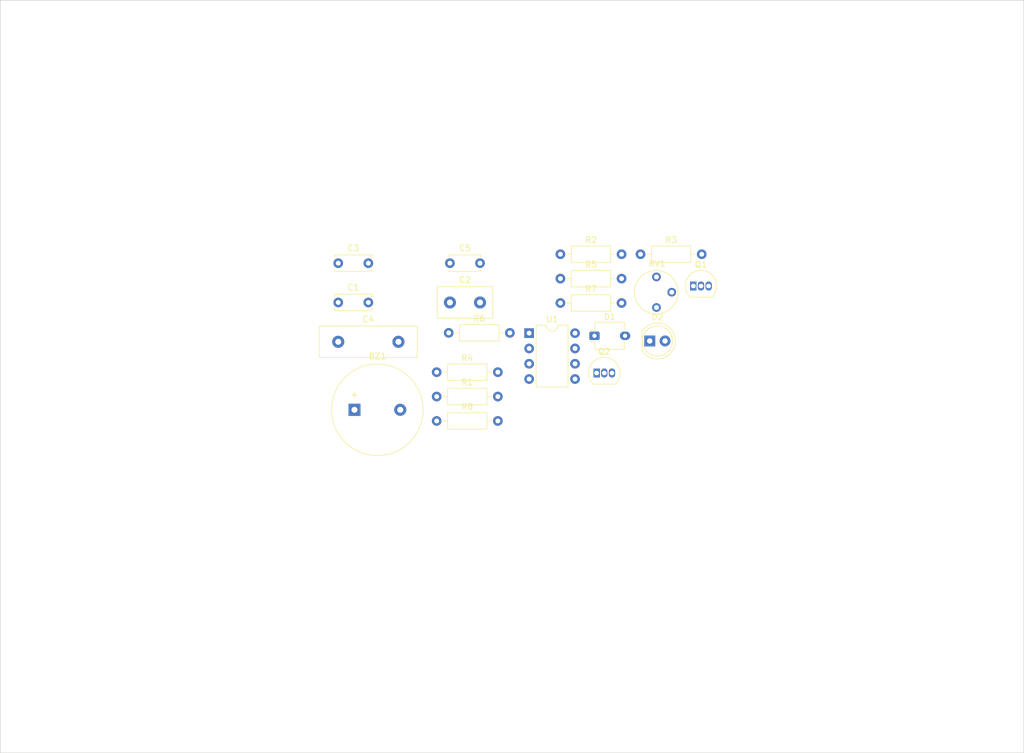
<source format=kicad_pcb>
(kicad_pcb (version 20211014) (generator pcbnew)
  (title_block (title "gammaray2usb") (date "2021-12-27") (rev "0.2x") (company "Fort Sand, Inc."))
  (layers (0 "F.Cu" signal) (31 "B.Cu" signal) (34 "B.Paste" user) (35 "F.Paste" user) (36 "B.SilkS" user "B.Silkscreen") (37 "F.SilkS" user "F.Silkscreen") (38 "B.Mask" user) (39 "F.Mask" user) (44 "Edge.Cuts" user))
  (net 0 "")
  (net 1 "Net-(BZ1-Pad1)")
  (net 2 "GND")
  (net 3 "Net-(C1-Pad1)")
  (net 4 "Net-(C2-Pad1)")
  (net 5 "+9V")
  (net 6 "Net-(C4-Pad1)")
  (net 7 "Net-(C5-Pad1)")
  (net 8 "Net-(D1-Pad2)")
  (net 9 "Net-(D2-Pad2)")
  (net 10 "Net-(Q1-Pad3)")
  (net 11 "Net-(Q2-Pad1)")
  (net 12 "Net-(R5-Pad1)")
  (net 13 "Net-(R6-Pad2)")
  (net 14 "Net-(R7-Pad1)")
  (net 15 "GNDREF")
  (footprint "Potentiometer_THT:Potentiometer_Vishay_T7-YA_Single_Vertical" (layer "F.Cu") (at 178.9838 86.0256)
    (fp_text reference "RV1" (at 0.11 -7.29) (layer "F.SilkS"))
    (fp_text value "250kΩ")
    (fp_circle (center -0.041 -2.54) (end 3.579 -2.54) (layer "F.SilkS") (width 0.12) (fill none))
    (pad "1" thru_hole circle locked (at 0 0) (size 1.44 1.44) (drill 0.8) (layers *.Cu *.Mask) (net 5 "+9V"))
    (pad "2" thru_hole circle locked (at 2.54 -2.54) (size 1.44 1.44) (drill 0.8) (layers *.Cu *.Mask) (net 14 "Net-(R7-Pad1)"))
    (pad "3" thru_hole circle locked (at 0 -5.08) (size 1.44 1.44) (drill 0.8) (layers *.Cu *.Mask) (net 2 "GND"))
  )
  (footprint "Resistor_THT:R_Axial_DIN0207_L6.3mm_D2.5mm_P10.16mm_Horizontal" (layer "F.Cu") (at 163.0278 77.1756)
    (fp_text reference "R2" (at 5.08 -2.37) (layer "F.SilkS"))
    (fp_text value "1.5M")
    (fp_line (start 9.12 0) (end 8.35 0) (layer "F.SilkS") (width 0.12))
    (fp_line (start 1.81 1.37) (end 8.35 1.37) (layer "F.SilkS") (width 0.12))
    (fp_line (start 1.81 -1.37) (end 1.81 1.37) (layer "F.SilkS") (width 0.12))
    (fp_line (start 1.04 0) (end 1.81 0) (layer "F.SilkS") (width 0.12))
    (fp_line (start 8.35 1.37) (end 8.35 -1.37) (layer "F.SilkS") (width 0.12))
    (fp_line (start 8.35 -1.37) (end 1.81 -1.37) (layer "F.SilkS") (width 0.12))
    (pad "1" thru_hole circle locked (at 0 0) (size 1.6 1.6) (drill 0.8) (layers *.Cu *.Mask) (net 3 "Net-(C1-Pad1)"))
    (pad "2" thru_hole oval locked (at 10.16 0) (size 1.6 1.6) (drill 0.8) (layers *.Cu *.Mask) (net 11 "Net-(Q2-Pad1)"))
  )
  (footprint "Resistor_THT:R_Axial_DIN0207_L6.3mm_D2.5mm_P10.16mm_Horizontal" (layer "F.Cu") (at 163.0278 81.2256)
    (fp_text reference "R5" (at 5.08 -2.37) (layer "F.SilkS"))
    (fp_text value "1k")
    (fp_line (start 9.12 0) (end 8.35 0) (layer "F.SilkS") (width 0.12))
    (fp_line (start 1.04 0) (end 1.81 0) (layer "F.SilkS") (width 0.12))
    (fp_line (start 1.81 1.37) (end 8.35 1.37) (layer "F.SilkS") (width 0.12))
    (fp_line (start 8.35 1.37) (end 8.35 -1.37) (layer "F.SilkS") (width 0.12))
    (fp_line (start 8.35 -1.37) (end 1.81 -1.37) (layer "F.SilkS") (width 0.12))
    (fp_line (start 1.81 -1.37) (end 1.81 1.37) (layer "F.SilkS") (width 0.12))
    (pad "1" thru_hole circle locked (at 0 0) (size 1.6 1.6) (drill 0.8) (layers *.Cu *.Mask) (net 12 "Net-(R5-Pad1)"))
    (pad "2" thru_hole oval locked (at 10.16 0) (size 1.6 1.6) (drill 0.8) (layers *.Cu *.Mask) (net 6 "Net-(C4-Pad1)"))
  )
  (footprint "Resistor_THT:R_Axial_DIN0207_L6.3mm_D2.5mm_P10.16mm_Horizontal" (layer "F.Cu") (at 142.4778 104.8656)
    (fp_text reference "R8" (at 5.08 -2.37) (layer "F.SilkS"))
    (fp_text value "1k")
    (fp_line (start 1.81 1.37) (end 8.35 1.37) (layer "F.SilkS") (width 0.12))
    (fp_line (start 1.81 -1.37) (end 1.81 1.37) (layer "F.SilkS") (width 0.12))
    (fp_line (start 8.35 -1.37) (end 1.81 -1.37) (layer "F.SilkS") (width 0.12))
    (fp_line (start 1.04 0) (end 1.81 0) (layer "F.SilkS") (width 0.12))
    (fp_line (start 8.35 1.37) (end 8.35 -1.37) (layer "F.SilkS") (width 0.12))
    (fp_line (start 9.12 0) (end 8.35 0) (layer "F.SilkS") (width 0.12))
    (pad "1" thru_hole circle locked (at 0 0) (size 1.6 1.6) (drill 0.8) (layers *.Cu *.Mask) (net 9 "Net-(D2-Pad2)"))
    (pad "2" thru_hole oval locked (at 10.16 0) (size 1.6 1.6) (drill 0.8) (layers *.Cu *.Mask) (net 1 "Net-(BZ1-Pad1)"))
  )
  (footprint "Capacitor_THT:C_Disc_D6.0mm_W2.5mm_P5.00mm" (layer "F.Cu") (at 126.1278 85.1906)
    (fp_text reference "C1" (at 2.5 -2.5) (layer "F.SilkS"))
    (fp_text value "0.1µF")
    (fp_line (start -0.62 -1.37) (end -0.62 -0.925) (layer "F.SilkS") (width 0.12))
    (fp_line (start -0.62 -1.37) (end 5.62 -1.37) (layer "F.SilkS") (width 0.12))
    (fp_line (start 5.62 0.925) (end 5.62 1.37) (layer "F.SilkS") (width 0.12))
    (fp_line (start -0.62 0.925) (end -0.62 1.37) (layer "F.SilkS") (width 0.12))
    (fp_line (start -0.62 1.37) (end 5.62 1.37) (layer "F.SilkS") (width 0.12))
    (fp_line (start 5.62 -1.37) (end 5.62 -0.925) (layer "F.SilkS") (width 0.12))
    (pad "1" thru_hole circle locked (at 0 0) (size 1.6 1.6) (drill 0.8) (layers *.Cu *.Mask) (net 3 "Net-(C1-Pad1)"))
    (pad "2" thru_hole circle locked (at 5 0) (size 1.6 1.6) (drill 0.8) (layers *.Cu *.Mask) (net 2 "GND"))
  )
  (footprint "Resistor_THT:R_Axial_DIN0207_L6.3mm_D2.5mm_P10.16mm_Horizontal" (layer "F.Cu") (at 176.3378 77.1756)
    (fp_text reference "R3" (at 5.08 -2.37) (layer "F.SilkS"))
    (fp_text value "56k")
    (fp_line (start 8.35 -1.37) (end 1.81 -1.37) (layer "F.SilkS") (width 0.12))
    (fp_line (start 1.81 1.37) (end 8.35 1.37) (layer "F.SilkS") (width 0.12))
    (fp_line (start 8.35 1.37) (end 8.35 -1.37) (layer "F.SilkS") (width 0.12))
    (fp_line (start 1.04 0) (end 1.81 0) (layer "F.SilkS") (width 0.12))
    (fp_line (start 9.12 0) (end 8.35 0) (layer "F.SilkS") (width 0.12))
    (fp_line (start 1.81 -1.37) (end 1.81 1.37) (layer "F.SilkS") (width 0.12))
    (pad "1" thru_hole circle locked (at 0 0) (size 1.6 1.6) (drill 0.8) (layers *.Cu *.Mask) (net 11 "Net-(Q2-Pad1)"))
    (pad "2" thru_hole oval locked (at 10.16 0) (size 1.6 1.6) (drill 0.8) (layers *.Cu *.Mask) (net 10 "Net-(Q1-Pad3)"))
  )
  (footprint "Resistor_THT:R_Axial_DIN0207_L6.3mm_D2.5mm_P10.16mm_Horizontal" (layer "F.Cu") (at 144.4778 90.2356)
    (fp_text reference "R6" (at 5.08 -2.37) (layer "F.SilkS"))
    (fp_text value "1.5M")
    (fp_line (start 1.81 1.37) (end 8.35 1.37) (layer "F.SilkS") (width 0.12))
    (fp_line (start 8.35 -1.37) (end 1.81 -1.37) (layer "F.SilkS") (width 0.12))
    (fp_line (start 9.12 0) (end 8.35 0) (layer "F.SilkS") (width 0.12))
    (fp_line (start 1.81 -1.37) (end 1.81 1.37) (layer "F.SilkS") (width 0.12))
    (fp_line (start 8.35 1.37) (end 8.35 -1.37) (layer "F.SilkS") (width 0.12))
    (fp_line (start 1.04 0) (end 1.81 0) (layer "F.SilkS") (width 0.12))
    (pad "1" thru_hole circle locked (at 0 0) (size 1.6 1.6) (drill 0.8) (layers *.Cu *.Mask) (net 12 "Net-(R5-Pad1)"))
    (pad "2" thru_hole oval locked (at 10.16 0) (size 1.6 1.6) (drill 0.8) (layers *.Cu *.Mask) (net 13 "Net-(R6-Pad2)"))
  )
  (footprint "Package_TO_SOT_THT:TO-92_Inline" (layer "F.Cu") (at 185.1078 82.4556)
    (fp_text reference "Q1" (at 1.27 -3.56) (layer "F.SilkS"))
    (fp_text value "2N7000")
    (fp_line (start -0.53 1.85) (end 3.07 1.85) (layer "F.SilkS") (width 0.12))
    (fp_arc (start 1.27 -2.6) (mid 3.672087 -0.994977) (end 3.108478 1.838478) (layer "F.SilkS") (width 0.12))
    (fp_arc (start -0.568478 1.838478) (mid -1.132087 -0.994977) (end 1.27 -2.6) (layer "F.SilkS") (width 0.12))
    (pad "1" thru_hole rect locked (at 0 0) (size 1.05 1.5) (drill 0.75) (layers *.Cu *.Mask) (net 2 "GND"))
    (pad "2" thru_hole oval locked (at 1.27 0) (size 1.05 1.5) (drill 0.75) (layers *.Cu *.Mask) (net 8 "Net-(D1-Pad2)"))
    (pad "3" thru_hole oval locked (at 2.54 0) (size 1.05 1.5) (drill 0.75) (layers *.Cu *.Mask) (net 10 "Net-(Q1-Pad3)"))
  )
  (footprint "Package_DIP:DIP-8_W7.62mm" (layer "F.Cu") (at 157.8378 90.2856)
    (fp_text reference "U1" (at 3.81 -2.33) (layer "F.SilkS"))
    (fp_text value "LM358")
    (fp_line (start 6.46 -1.33) (end 4.81 -1.33) (layer "F.SilkS") (width 0.12))
    (fp_line (start 2.81 -1.33) (end 1.16 -1.33) (layer "F.SilkS") (width 0.12))
    (fp_line (start 1.16 8.95) (end 6.46 8.95) (layer "F.SilkS") (width 0.12))
    (fp_line (start 1.16 -1.33) (end 1.16 8.95) (layer "F.SilkS") (width 0.12))
    (fp_line (start 6.46 8.95) (end 6.46 -1.33) (layer "F.SilkS") (width 0.12))
    (fp_arc (start 4.81 -1.33) (mid 3.81 -0.33) (end 2.81 -1.33) (layer "F.SilkS") (width 0.12))
    (pad "1" thru_hole rect locked (at 0 0) (size 1.6 1.6) (drill 0.8) (layers *.Cu *.Mask) (net 13 "Net-(R6-Pad2)"))
    (pad "2" thru_hole oval locked (at 0 2.54) (size 1.6 1.6) (drill 0.8) (layers *.Cu *.Mask) (net 12 "Net-(R5-Pad1)"))
    (pad "3" thru_hole oval locked (at 0 5.08) (size 1.6 1.6) (drill 0.8) (layers *.Cu *.Mask) (net 10 "Net-(Q1-Pad3)"))
    (pad "4" thru_hole oval locked (at 0 7.62) (size 1.6 1.6) (drill 0.8) (layers *.Cu *.Mask) (net 15 "GNDREF"))
    (pad "5" thru_hole oval locked (at 7.62 7.62) (size 1.6 1.6) (drill 0.8) (layers *.Cu *.Mask) (net 7 "Net-(C5-Pad1)"))
    (pad "6" thru_hole oval locked (at 7.62 5.08) (size 1.6 1.6) (drill 0.8) (layers *.Cu *.Mask) (net 13 "Net-(R6-Pad2)"))
    (pad "7" thru_hole oval locked (at 7.62 2.54) (size 1.6 1.6) (drill 0.8) (layers *.Cu *.Mask) (net 1 "Net-(BZ1-Pad1)"))
    (pad "8" thru_hole oval locked (at 7.62 0) (size 1.6 1.6) (drill 0.8) (layers *.Cu *.Mask) (net 5 "+9V"))
  )
  (footprint "Resistor_THT:R_Axial_DIN0207_L6.3mm_D2.5mm_P10.16mm_Horizontal" (layer "F.Cu") (at 142.4778 100.8156)
    (fp_text reference "R1" (at 5.08 -2.37) (layer "F.SilkS"))
    (fp_text value "10M")
    (fp_line (start 9.12 0) (end 8.35 0) (layer "F.SilkS") (width 0.12))
    (fp_line (start 8.35 -1.37) (end 1.81 -1.37) (layer "F.SilkS") (width 0.12))
    (fp_line (start 8.35 1.37) (end 8.35 -1.37) (layer "F.SilkS") (width 0.12))
    (fp_line (start 1.81 -1.37) (end 1.81 1.37) (layer "F.SilkS") (width 0.12))
    (fp_line (start 1.04 0) (end 1.81 0) (layer "F.SilkS") (width 0.12))
    (fp_line (start 1.81 1.37) (end 8.35 1.37) (layer "F.SilkS") (width 0.12))
    (pad "1" thru_hole circle locked (at 0 0) (size 1.6 1.6) (drill 0.8) (layers *.Cu *.Mask) (net 8 "Net-(D1-Pad2)"))
    (pad "2" thru_hole oval locked (at 10.16 0) (size 1.6 1.6) (drill 0.8) (layers *.Cu *.Mask) (net 2 "GND"))
  )
  (footprint "Resistor_THT:R_Axial_DIN0207_L6.3mm_D2.5mm_P10.16mm_Horizontal" (layer "F.Cu") (at 163.0278 85.2756)
    (fp_text reference "R7" (at 5.08 -2.37) (layer "F.SilkS"))
    (fp_text value "1k")
    (fp_line (start 8.35 -1.37) (end 1.81 -1.37) (layer "F.SilkS") (width 0.12))
    (fp_line (start 9.12 0) (end 8.35 0) (layer "F.SilkS") (width 0.12))
    (fp_line (start 1.81 -1.37) (end 1.81 1.37) (layer "F.SilkS") (width 0.12))
    (fp_line (start 8.35 1.37) (end 8.35 -1.37) (layer "F.SilkS") (width 0.12))
    (fp_line (start 1.81 1.37) (end 8.35 1.37) (layer "F.SilkS") (width 0.12))
    (fp_line (start 1.04 0) (end 1.81 0) (layer "F.SilkS") (width 0.12))
    (pad "1" thru_hole circle locked (at 0 0) (size 1.6 1.6) (drill 0.8) (layers *.Cu *.Mask) (net 14 "Net-(R7-Pad1)"))
    (pad "2" thru_hole oval locked (at 10.16 0) (size 1.6 1.6) (drill 0.8) (layers *.Cu *.Mask) (net 7 "Net-(C5-Pad1)"))
  )
  (footprint "Buzzer_Beeper:Buzzer_15x7.5RM7.6" (layer "F.Cu") (at 128.8278 103.0156)
    (fp_text reference "BZ1" (at 3.81 -8.89) (layer "F.SilkS"))
    (fp_text value "Buzzer")
    (fp_text user "+" (at -0.01 -2.54) (layer "F.SilkS"))
    (fp_circle (center 3.8 0) (end 11.4 0) (layer "F.SilkS") (width 0.12) (fill none))
    (pad "1" thru_hole rect locked (at 0 0) (size 2 2) (drill 1) (layers *.Cu *.Mask) (net 1 "Net-(BZ1-Pad1)"))
    (pad "2" thru_hole circle locked (at 7.6 0) (size 2 2) (drill 1) (layers *.Cu *.Mask) (net 2 "GND"))
  )
  (footprint "Capacitor_THT:C_Disc_D5.0mm_W2.5mm_P5.00mm" (layer "F.Cu") (at 144.6778 78.6606)
    (fp_text reference "C5" (at 2.5 -2.5) (layer "F.SilkS"))
    (fp_text value "0.01µF")
    (fp_line (start -0.12 1.37) (end 5.12 1.37) (layer "F.SilkS") (width 0.12))
    (fp_line (start 5.12 1.055) (end 5.12 1.37) (layer "F.SilkS") (width 0.12))
    (fp_line (start -0.12 1.055) (end -0.12 1.37) (layer "F.SilkS") (width 0.12))
    (fp_line (start 5.12 -1.37) (end 5.12 -1.055) (layer "F.SilkS") (width 0.12))
    (fp_line (start -0.12 -1.37) (end -0.12 -1.055) (layer "F.SilkS") (width 0.12))
    (fp_line (start -0.12 -1.37) (end 5.12 -1.37) (layer "F.SilkS") (width 0.12))
    (pad "1" thru_hole circle locked (at 0 0) (size 1.6 1.6) (drill 0.8) (layers *.Cu *.Mask) (net 7 "Net-(C5-Pad1)"))
    (pad "2" thru_hole circle locked (at 5 0) (size 1.6 1.6) (drill 0.8) (layers *.Cu *.Mask) (net 1 "Net-(BZ1-Pad1)"))
  )
  (footprint "Capacitor_THT:C_Disc_D16.0mm_W5.0mm_P10.00mm" (layer "F.Cu") (at 126.1278 91.7206)
    (fp_text reference "C4" (at 5 -3.75) (layer "F.SilkS"))
    (fp_text value "0.02µF")
    (fp_line (start -3.12 2.62) (end 13.12 2.62) (layer "F.SilkS") (width 0.12))
    (fp_line (start 13.12 -2.62) (end 13.12 2.62) (layer "F.SilkS") (width 0.12))
    (fp_line (start -3.12 -2.62) (end 13.12 -2.62) (layer "F.SilkS") (width 0.12))
    (fp_line (start -3.12 -2.62) (end -3.12 2.62) (layer "F.SilkS") (width 0.12))
    (pad "1" thru_hole circle locked (at 0 0) (size 2 2) (drill 1) (layers *.Cu *.Mask) (net 6 "Net-(C4-Pad1)"))
    (pad "2" thru_hole circle locked (at 10 0) (size 2 2) (drill 1) (layers *.Cu *.Mask) (net 2 "GND"))
  )
  (footprint "Capacitor_THT:C_Disc_D6.0mm_W2.5mm_P5.00mm" (layer "F.Cu") (at 126.1278 78.6606)
    (fp_text reference "C3" (at 2.5 -2.5) (layer "F.SilkS"))
    (fp_text value "0.1µF")
    (fp_line (start 5.62 -1.37) (end 5.62 -0.925) (layer "F.SilkS") (width 0.12))
    (fp_line (start -0.62 -1.37) (end 5.62 -1.37) (layer "F.SilkS") (width 0.12))
    (fp_line (start -0.62 0.925) (end -0.62 1.37) (layer "F.SilkS") (width 0.12))
    (fp_line (start -0.62 -1.37) (end -0.62 -0.925) (layer "F.SilkS") (width 0.12))
    (fp_line (start 5.62 0.925) (end 5.62 1.37) (layer "F.SilkS") (width 0.12))
    (fp_line (start -0.62 1.37) (end 5.62 1.37) (layer "F.SilkS") (width 0.12))
    (pad "1" thru_hole circle locked (at 0 0) (size 1.6 1.6) (drill 0.8) (layers *.Cu *.Mask) (net 5 "+9V"))
    (pad "2" thru_hole circle locked (at 5 0) (size 1.6 1.6) (drill 0.8) (layers *.Cu *.Mask) (net 2 "GND"))
  )
  (footprint "OptoDevice:Osram_DIL2_4.3x4.65mm_P5.08mm" (layer "F.Cu") (at 168.6878 90.7256)
    (fp_text reference "D1" (at 2.54 -3.17) (layer "F.SilkS"))
    (fp_text value "BPW34")
    (fp_line (start 0.08 -2.26) (end 4.95 -2.26) (layer "F.SilkS") (width 0.12))
    (fp_line (start 0.08 -0.96) (end -0.84 -0.96) (layer "F.SilkS") (width 0.12))
    (fp_line (start 0.08 -2.26) (end 0.08 -0.96) (layer "F.SilkS") (width 0.12))
    (fp_line (start 0.08 0.96) (end -0.84 0.96) (layer "F.SilkS") (width 0.12))
    (fp_line (start 0.08 0.96) (end 0.08 2.26) (layer "F.SilkS") (width 0.12))
    (fp_line (start 4.95 -2.26) (end 4.95 -1.06) (layer "F.SilkS") (width 0.12))
    (fp_line (start 4.95 1.06) (end 4.95 2.26) (layer "F.SilkS") (width 0.12))
    (fp_line (start 4.95 2.26) (end 0.08 2.26) (layer "F.SilkS") (width 0.12))
    (pad "1" thru_hole roundrect locked (at 0 0) (size 1.7 1.4) (drill 0.7) (layers *.Cu *.Mask) (roundrect_rratio 0.178) (net 3 "Net-(C1-Pad1)"))
    (pad "2" thru_hole oval locked (at 5.08 0) (size 1.7 1.4) (drill 0.7) (layers *.Cu *.Mask) (net 8 "Net-(D1-Pad2)"))
  )
  (footprint "LED_THT:LED_D5.0mm" (layer "F.Cu") (at 177.8678 91.5756)
    (fp_text reference "D2" (at 1.27 -3.96) (layer "F.SilkS"))
    (fp_text value "LED")
    (fp_line (start -1.29 -1.545) (end -1.29 1.545) (layer "F.SilkS") (width 0.12))
    (fp_arc (start -1.29 -1.54483) (mid 2.072002 -2.880433) (end 4.26 0.000462) (layer "F.SilkS") (width 0.12))
    (fp_arc (start 4.26 -0.000462) (mid 2.072002 2.880433) (end -1.29 1.54483) (layer "F.SilkS") (width 0.12))
    (fp_circle (center 1.27 0) (end 3.77 0) (layer "F.SilkS") (width 0.12) (fill none))
    (pad "1" thru_hole rect locked (at 0 0) (size 1.8 1.8) (drill 0.9) (layers *.Cu *.Mask) (net 2 "GND"))
    (pad "2" thru_hole circle locked (at 2.54 0) (size 1.8 1.8) (drill 0.9) (layers *.Cu *.Mask) (net 9 "Net-(D2-Pad2)"))
  )
  (footprint "Package_TO_SOT_THT:TO-92_Inline" (layer "F.Cu") (at 169.0478 96.9056)
    (fp_text reference "Q2" (at 1.27 -3.56) (layer "F.SilkS"))
    (fp_text value "2N3904")
    (fp_line (start -0.53 1.85) (end 3.07 1.85) (layer "F.SilkS") (width 0.12))
    (fp_arc (start 1.27 -2.6) (mid 3.672087 -0.994977) (end 3.108478 1.838478) (layer "F.SilkS") (width 0.12))
    (fp_arc (start -0.568478 1.838478) (mid -1.132087 -0.994977) (end 1.27 -2.6) (layer "F.SilkS") (width 0.12))
    (pad "1" thru_hole rect locked (at 0 0) (size 1.05 1.5) (drill 0.75) (layers *.Cu *.Mask) (net 11 "Net-(Q2-Pad1)"))
    (pad "2" thru_hole oval locked (at 1.27 0) (size 1.05 1.5) (drill 0.75) (layers *.Cu *.Mask) (net 4 "Net-(C2-Pad1)"))
    (pad "3" thru_hole oval locked (at 2.54 0) (size 1.05 1.5) (drill 0.75) (layers *.Cu *.Mask) (net 5 "+9V"))
  )
  (footprint "Resistor_THT:R_Axial_DIN0207_L6.3mm_D2.5mm_P10.16mm_Horizontal" (layer "F.Cu") (at 142.4778 96.7656)
    (fp_text reference "R4" (at 5.08 -2.37) (layer "F.SilkS"))
    (fp_text value "150k")
    (fp_line (start 8.35 1.37) (end 8.35 -1.37) (layer "F.SilkS") (width 0.12))
    (fp_line (start 1.81 1.37) (end 8.35 1.37) (layer "F.SilkS") (width 0.12))
    (fp_line (start 1.04 0) (end 1.81 0) (layer "F.SilkS") (width 0.12))
    (fp_line (start 8.35 -1.37) (end 1.81 -1.37) (layer "F.SilkS") (width 0.12))
    (fp_line (start 1.81 -1.37) (end 1.81 1.37) (layer "F.SilkS") (width 0.12))
    (fp_line (start 9.12 0) (end 8.35 0) (layer "F.SilkS") (width 0.12))
    (pad "1" thru_hole circle locked (at 0 0) (size 1.6 1.6) (drill 0.8) (layers *.Cu *.Mask) (net 5 "+9V"))
    (pad "2" thru_hole oval locked (at 10.16 0) (size 1.6 1.6) (drill 0.8) (layers *.Cu *.Mask) (net 4 "Net-(C2-Pad1)"))
  )
  (footprint "Capacitor_THT:C_Disc_D9.0mm_W5.0mm_P5.00mm" (layer "F.Cu") (at 144.6778 85.1906)
    (fp_text reference "C2" (at 2.5 -3.75) (layer "F.SilkS"))
    (fp_text value "100 uF")
    (fp_line (start -2.12 2.62) (end 7.12 2.62) (layer "F.SilkS") (width 0.12))
    (fp_line (start -2.12 -2.62) (end -2.12 2.62) (layer "F.SilkS") (width 0.12))
    (fp_line (start -2.12 -2.62) (end 7.12 -2.62) (layer "F.SilkS") (width 0.12))
    (fp_line (start 7.12 -2.62) (end 7.12 2.62) (layer "F.SilkS") (width 0.12))
    (pad "1" thru_hole circle locked (at 0 0) (size 2 2) (drill 1) (layers *.Cu *.Mask) (net 4 "Net-(C2-Pad1)"))
    (pad "2" thru_hole circle locked (at 5 0) (size 2 2) (drill 1) (layers *.Cu *.Mask) (net 2 "GND"))
  )
  (gr_line (start 240 160) (end 70 160) (layer "Edge.Cuts") (width 0.1))
  (gr_line (start 70 35) (end 240 35) (layer "Edge.Cuts") (width 0.1))
  (gr_line (start 240 35) (end 240 160) (layer "Edge.Cuts") (width 0.1))
  (gr_line (start 70 160) (end 70 35) (layer "Edge.Cuts") (width 0.1))
)
</source>
